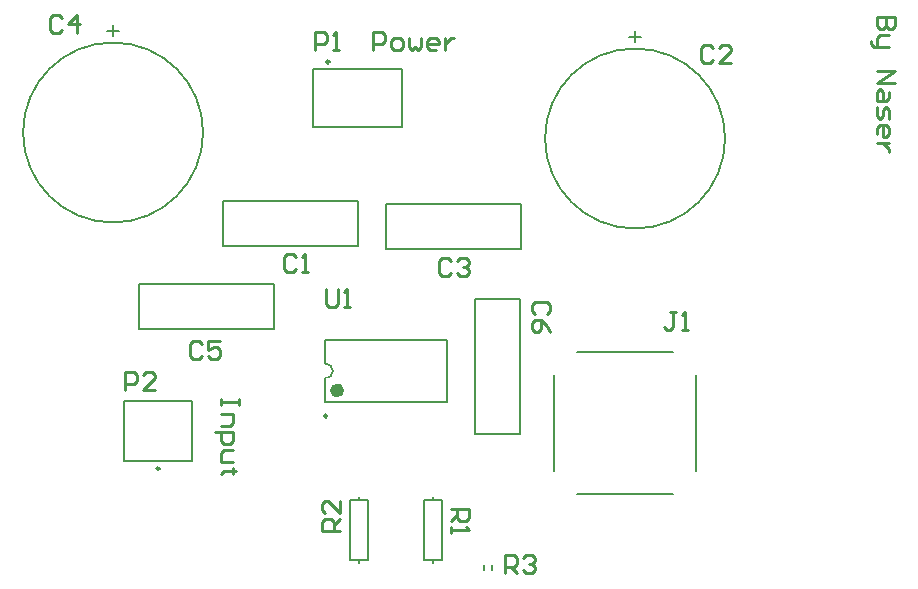
<source format=gto>
G04*
G04 #@! TF.GenerationSoftware,Altium Limited,Altium Designer,20.1.14 (287)*
G04*
G04 Layer_Color=65535*
%FSLAX25Y25*%
%MOIN*%
G70*
G04*
G04 #@! TF.SameCoordinates,068E075E-6B28-4131-8978-D2EB394F3ECB*
G04*
G04*
G04 #@! TF.FilePolarity,Positive*
G04*
G01*
G75*
%ADD10C,0.00787*%
%ADD11C,0.00984*%
%ADD12C,0.02362*%
%ADD13C,0.01000*%
%ADD14C,0.00591*%
D10*
X235000Y151000D02*
G03*
X235000Y151000I-30000J0D01*
G01*
X61000Y153000D02*
G03*
X61000Y153000I-30000J0D01*
G01*
X101724Y71000D02*
G03*
X101724Y76000I0J2500D01*
G01*
X101724Y63067D02*
X142276D01*
X101724Y83933D02*
X142276D01*
X101724Y63067D02*
Y71000D01*
Y76000D02*
Y83933D01*
X142276Y63067D02*
Y83933D01*
X154622Y7213D02*
Y8787D01*
X157378Y7213D02*
Y8787D01*
X110000Y10500D02*
X116000D01*
Y30500D01*
X113000D02*
X116000D01*
X113000Y9600D02*
Y10500D01*
Y30500D02*
Y31400D01*
X137500Y10500D02*
X140500D01*
Y30500D01*
X134500D02*
X140500D01*
X134500Y10500D02*
X137500D01*
X134500D02*
Y30500D01*
X137500Y9600D02*
Y10500D01*
Y30500D02*
Y31400D01*
X34583Y63500D02*
X57417D01*
Y43500D02*
Y63500D01*
X34583Y43500D02*
Y63500D01*
Y43500D02*
X57417D01*
X110000Y10500D02*
Y30500D01*
X113000D01*
X127264Y154854D02*
Y174146D01*
X97736Y154854D02*
X127264D01*
X97736Y174146D02*
X127264D01*
X97736Y154854D02*
Y174146D01*
X151500Y97500D02*
X166500D01*
Y52500D02*
Y97500D01*
X151500Y52500D02*
X166500D01*
X151500D02*
Y97500D01*
X84500Y87500D02*
Y102500D01*
X39500Y87500D02*
X84500D01*
X177996Y40012D02*
X177996Y72224D01*
X225240D02*
X225241Y40012D01*
X185512Y79740D02*
X217725Y79741D01*
X185512Y32496D02*
X217725Y32496D01*
X67500Y115000D02*
Y130000D01*
X122000Y114000D02*
X167000D01*
X122000D02*
Y129000D01*
X112500Y115000D02*
Y130000D01*
X67500D02*
X112500D01*
X122000Y129000D02*
X167000D01*
X39500Y87500D02*
Y102500D01*
X84500D01*
X167000Y114000D02*
Y129000D01*
X67500Y115000D02*
X112500D01*
D11*
X103150Y176508D02*
G03*
X103150Y176508I-492J0D01*
G01*
X102374Y58500D02*
G03*
X102374Y58500I-492J0D01*
G01*
X46492Y40941D02*
G03*
X46492Y40941I-492J0D01*
G01*
D12*
X106843Y67004D02*
G03*
X106843Y67004I-1181J0D01*
G01*
D13*
X72997Y64000D02*
Y62001D01*
Y63000D01*
X66999D01*
Y64000D01*
Y62001D01*
Y59002D02*
X70998D01*
Y56003D01*
X69998Y55003D01*
X66999D01*
X65000Y53004D02*
X70998D01*
Y50005D01*
X69998Y49005D01*
X67999D01*
X66999Y50005D01*
Y53004D01*
X70998Y47006D02*
X67999D01*
X66999Y46006D01*
Y43007D01*
X70998D01*
X71998Y40008D02*
X70998D01*
Y41007D01*
Y39008D01*
Y40008D01*
X67999D01*
X66999Y39008D01*
X117500Y180500D02*
Y186498D01*
X120499D01*
X121499Y185498D01*
Y183499D01*
X120499Y182499D01*
X117500D01*
X124498Y180500D02*
X126497D01*
X127497Y181500D01*
Y183499D01*
X126497Y184499D01*
X124498D01*
X123498Y183499D01*
Y181500D01*
X124498Y180500D01*
X129496Y184499D02*
Y181500D01*
X130496Y180500D01*
X131495Y181500D01*
X132495Y180500D01*
X133495Y181500D01*
Y184499D01*
X138493Y180500D02*
X136494D01*
X135494Y181500D01*
Y183499D01*
X136494Y184499D01*
X138493D01*
X139493Y183499D01*
Y182499D01*
X135494D01*
X141492Y184499D02*
Y180500D01*
Y182499D01*
X142492Y183499D01*
X143492Y184499D01*
X144491D01*
X291497Y191500D02*
X285499D01*
Y188501D01*
X286499Y187501D01*
X287499D01*
X288498Y188501D01*
Y191500D01*
Y188501D01*
X289498Y187501D01*
X290498D01*
X291497Y188501D01*
Y191500D01*
X289498Y185502D02*
X286499D01*
X285499Y184502D01*
Y181503D01*
X284500D01*
X283500Y182503D01*
Y183503D01*
X285499Y181503D02*
X289498D01*
X285499Y173506D02*
X291497D01*
X285499Y169507D01*
X291497D01*
X289498Y166508D02*
Y164509D01*
X288498Y163509D01*
X285499D01*
Y166508D01*
X286499Y167508D01*
X287499Y166508D01*
Y163509D01*
X285499Y161510D02*
Y158511D01*
X286499Y157511D01*
X287499Y158511D01*
Y160510D01*
X288498Y161510D01*
X289498Y160510D01*
Y157511D01*
X285499Y152513D02*
Y154512D01*
X286499Y155512D01*
X288498D01*
X289498Y154512D01*
Y152513D01*
X288498Y151513D01*
X287499D01*
Y155512D01*
X289498Y149514D02*
X285499D01*
X287499D01*
X288498Y148514D01*
X289498Y147514D01*
Y146515D01*
X60500Y82499D02*
X59501Y83499D01*
X57501D01*
X56502Y82499D01*
Y78501D01*
X57501Y77501D01*
X59501D01*
X60500Y78501D01*
X66498Y83499D02*
X62500D01*
Y80500D01*
X64499Y81500D01*
X65499D01*
X66498Y80500D01*
Y78501D01*
X65499Y77501D01*
X63499D01*
X62500Y78501D01*
X92000Y111499D02*
X91000Y112499D01*
X89001D01*
X88001Y111499D01*
Y107501D01*
X89001Y106501D01*
X91000D01*
X92000Y107501D01*
X93999Y106501D02*
X95999D01*
X94999D01*
Y112499D01*
X93999Y111499D01*
X143500Y109999D02*
X142501Y110999D01*
X140501D01*
X139502Y109999D01*
Y106001D01*
X140501Y105001D01*
X142501D01*
X143500Y106001D01*
X145500Y109999D02*
X146499Y110999D01*
X148499D01*
X149498Y109999D01*
Y109000D01*
X148499Y108000D01*
X147499D01*
X148499D01*
X149498Y107000D01*
Y106001D01*
X148499Y105001D01*
X146499D01*
X145500Y106001D01*
X175499Y92500D02*
X176499Y93499D01*
Y95499D01*
X175499Y96498D01*
X171501D01*
X170501Y95499D01*
Y93499D01*
X171501Y92500D01*
X176499Y86502D02*
X175499Y88501D01*
X173500Y90500D01*
X171501D01*
X170501Y89501D01*
Y87501D01*
X171501Y86502D01*
X172500D01*
X173500Y87501D01*
Y90500D01*
X218500Y92999D02*
X216501D01*
X217500D01*
Y88001D01*
X216501Y87001D01*
X215501D01*
X214501Y88001D01*
X220499Y87001D02*
X222499D01*
X221499D01*
Y92999D01*
X220499Y91999D01*
X143501Y27499D02*
X149499D01*
Y24500D01*
X148499Y23500D01*
X146500D01*
X145500Y24500D01*
Y27499D01*
Y25499D02*
X143501Y23500D01*
Y21501D02*
Y19501D01*
Y20501D01*
X149499D01*
X148499Y21501D01*
X106499Y20002D02*
X100501D01*
Y23001D01*
X101501Y24000D01*
X103500D01*
X104500Y23001D01*
Y20002D01*
Y22001D02*
X106499Y24000D01*
Y29998D02*
Y26000D01*
X102500Y29998D01*
X101501D01*
X100501Y28999D01*
Y26999D01*
X101501Y26000D01*
X161502Y6001D02*
Y11999D01*
X164501D01*
X165500Y10999D01*
Y9000D01*
X164501Y8000D01*
X161502D01*
X163501D02*
X165500Y6001D01*
X167500Y10999D02*
X168499Y11999D01*
X170499D01*
X171498Y10999D01*
Y10000D01*
X170499Y9000D01*
X169499D01*
X170499D01*
X171498Y8000D01*
Y7001D01*
X170499Y6001D01*
X168499D01*
X167500Y7001D01*
X231000Y180999D02*
X230001Y181999D01*
X228001D01*
X227002Y180999D01*
Y177001D01*
X228001Y176001D01*
X230001D01*
X231000Y177001D01*
X236998Y176001D02*
X233000D01*
X236998Y180000D01*
Y180999D01*
X235999Y181999D01*
X233999D01*
X233000Y180999D01*
X14000Y190999D02*
X13001Y191999D01*
X11001D01*
X10002Y190999D01*
Y187001D01*
X11001Y186001D01*
X13001D01*
X14000Y187001D01*
X18999Y186001D02*
Y191999D01*
X16000Y189000D01*
X19998D01*
X98250Y180450D02*
Y186448D01*
X101249D01*
X102249Y185448D01*
Y183449D01*
X101249Y182449D01*
X98250D01*
X104248Y180450D02*
X106247D01*
X105248D01*
Y186448D01*
X104248Y185448D01*
X101900Y100898D02*
Y95900D01*
X102900Y94900D01*
X104899D01*
X105899Y95900D01*
Y100898D01*
X107898Y94900D02*
X109897D01*
X108898D01*
Y100898D01*
X107898Y99898D01*
X35100Y67000D02*
Y72998D01*
X38099D01*
X39099Y71998D01*
Y69999D01*
X38099Y68999D01*
X35100D01*
X45097Y67000D02*
X41098D01*
X45097Y70999D01*
Y71998D01*
X44097Y72998D01*
X42098D01*
X41098Y71998D01*
D14*
X204949Y183015D02*
Y186951D01*
X202981Y184983D02*
X206917D01*
X30949Y185015D02*
Y188951D01*
X28981Y186983D02*
X32917D01*
M02*

</source>
